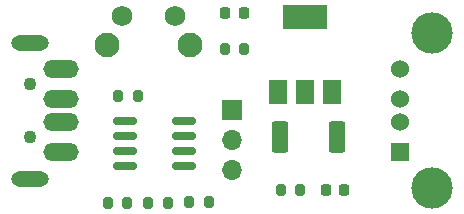
<source format=gbr>
%TF.GenerationSoftware,KiCad,Pcbnew,7.0.9*%
%TF.CreationDate,2024-04-25T13:42:10+02:00*%
%TF.ProjectId,UsbLoad,5573624c-6f61-4642-9e6b-696361645f70,rev?*%
%TF.SameCoordinates,Original*%
%TF.FileFunction,Soldermask,Top*%
%TF.FilePolarity,Negative*%
%FSLAX46Y46*%
G04 Gerber Fmt 4.6, Leading zero omitted, Abs format (unit mm)*
G04 Created by KiCad (PCBNEW 7.0.9) date 2024-04-25 13:42:10*
%MOMM*%
%LPD*%
G01*
G04 APERTURE LIST*
G04 Aperture macros list*
%AMRoundRect*
0 Rectangle with rounded corners*
0 $1 Rounding radius*
0 $2 $3 $4 $5 $6 $7 $8 $9 X,Y pos of 4 corners*
0 Add a 4 corners polygon primitive as box body*
4,1,4,$2,$3,$4,$5,$6,$7,$8,$9,$2,$3,0*
0 Add four circle primitives for the rounded corners*
1,1,$1+$1,$2,$3*
1,1,$1+$1,$4,$5*
1,1,$1+$1,$6,$7*
1,1,$1+$1,$8,$9*
0 Add four rect primitives between the rounded corners*
20,1,$1+$1,$2,$3,$4,$5,0*
20,1,$1+$1,$4,$5,$6,$7,0*
20,1,$1+$1,$6,$7,$8,$9,0*
20,1,$1+$1,$8,$9,$2,$3,0*%
G04 Aperture macros list end*
%ADD10RoundRect,0.218750X-0.218750X-0.256250X0.218750X-0.256250X0.218750X0.256250X-0.218750X0.256250X0*%
%ADD11RoundRect,0.200000X-0.200000X-0.275000X0.200000X-0.275000X0.200000X0.275000X-0.200000X0.275000X0*%
%ADD12RoundRect,0.200000X0.200000X0.275000X-0.200000X0.275000X-0.200000X-0.275000X0.200000X-0.275000X0*%
%ADD13RoundRect,0.150000X-0.825000X-0.150000X0.825000X-0.150000X0.825000X0.150000X-0.825000X0.150000X0*%
%ADD14C,1.100000*%
%ADD15O,3.000000X1.500000*%
%ADD16O,3.200000X1.300000*%
%ADD17RoundRect,0.249999X-0.450001X-1.075001X0.450001X-1.075001X0.450001X1.075001X-0.450001X1.075001X0*%
%ADD18R,1.500000X2.000000*%
%ADD19R,3.800000X2.000000*%
%ADD20R,1.700000X1.700000*%
%ADD21O,1.700000X1.700000*%
%ADD22RoundRect,0.218750X0.218750X0.256250X-0.218750X0.256250X-0.218750X-0.256250X0.218750X-0.256250X0*%
%ADD23C,2.100000*%
%ADD24C,1.750000*%
%ADD25R,1.524000X1.524000*%
%ADD26C,1.524000*%
%ADD27C,3.500000*%
G04 APERTURE END LIST*
D10*
%TO.C,D2*%
X84212500Y-51000000D03*
X85787500Y-51000000D03*
%TD*%
D11*
%TO.C,R6*%
X84175000Y-54000000D03*
X85825000Y-54000000D03*
%TD*%
D12*
%TO.C,C1*%
X76825000Y-58000000D03*
X75175000Y-58000000D03*
%TD*%
D11*
%TO.C,R1*%
X74255000Y-67050000D03*
X75905000Y-67050000D03*
%TD*%
D13*
%TO.C,U1*%
X75775000Y-60095000D03*
X75775000Y-61365000D03*
X75775000Y-62635000D03*
X75775000Y-63905000D03*
X80725000Y-63905000D03*
X80725000Y-62635000D03*
X80725000Y-61365000D03*
X80725000Y-60095000D03*
%TD*%
D14*
%TO.C,J1*%
X67685000Y-61500000D03*
X67685000Y-57000000D03*
D15*
X70285000Y-62750000D03*
X70285000Y-60250000D03*
X70285000Y-58250000D03*
X70285000Y-55750000D03*
D16*
X67685000Y-65000000D03*
X67685000Y-53500000D03*
%TD*%
D11*
%TO.C,R5*%
X81175000Y-67000000D03*
X82825000Y-67000000D03*
%TD*%
%TO.C,R2*%
X77685000Y-67050000D03*
X79335000Y-67050000D03*
%TD*%
D17*
%TO.C,R3*%
X88850000Y-61500000D03*
X93650000Y-61500000D03*
%TD*%
D18*
%TO.C,Q1*%
X88700000Y-57650000D03*
X91000000Y-57650000D03*
D19*
X91000000Y-51350000D03*
D18*
X93300000Y-57650000D03*
%TD*%
D20*
%TO.C,J3*%
X84775000Y-59210000D03*
D21*
X84775000Y-61750000D03*
X84775000Y-64290000D03*
%TD*%
D22*
%TO.C,D1*%
X94287500Y-66000000D03*
X92712500Y-66000000D03*
%TD*%
D23*
%TO.C,SW1*%
X74225000Y-53702500D03*
X81235000Y-53702500D03*
D24*
X75475000Y-51212500D03*
X79975000Y-51212500D03*
%TD*%
D11*
%TO.C,R4*%
X88925000Y-66000000D03*
X90575000Y-66000000D03*
%TD*%
D25*
%TO.C,J2*%
X99022500Y-62750000D03*
D26*
X99022500Y-60250000D03*
X99022500Y-58250000D03*
X99022500Y-55750000D03*
D27*
X101732500Y-65820000D03*
X101732500Y-52680000D03*
%TD*%
M02*

</source>
